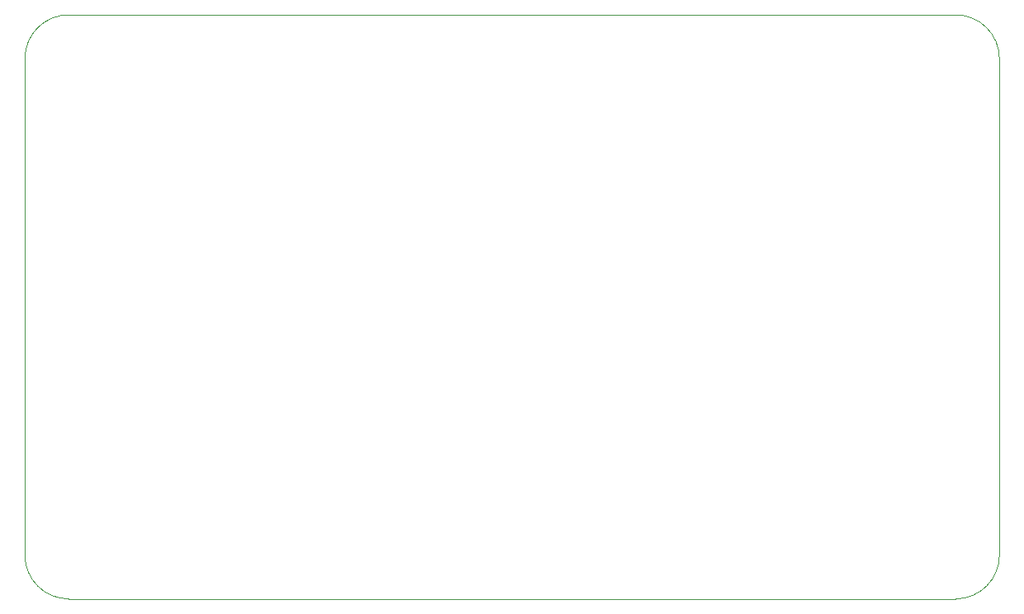
<source format=gbr>
%TF.GenerationSoftware,KiCad,Pcbnew,9.0.4-9.0.4-0~ubuntu24.04.1*%
%TF.CreationDate,2025-10-04T12:49:04+02:00*%
%TF.ProjectId,PCB,5043422e-6b69-4636-9164-5f7063625858,rev?*%
%TF.SameCoordinates,Original*%
%TF.FileFunction,Profile,NP*%
%FSLAX46Y46*%
G04 Gerber Fmt 4.6, Leading zero omitted, Abs format (unit mm)*
G04 Created by KiCad (PCBNEW 9.0.4-9.0.4-0~ubuntu24.04.1) date 2025-10-04 12:49:04*
%MOMM*%
%LPD*%
G01*
G04 APERTURE LIST*
%TA.AperFunction,Profile*%
%ADD10C,0.100000*%
%TD*%
G04 APERTURE END LIST*
D10*
X123000000Y-119500000D02*
X123000000Y-68500000D01*
X127500000Y-124000000D02*
G75*
G02*
X123000000Y-119500000I0J4500000D01*
G01*
X223000000Y-68500000D02*
X223000000Y-119500000D01*
X218500000Y-64000000D02*
G75*
G02*
X223000000Y-68500000I0J-4500000D01*
G01*
X127500000Y-64000000D02*
X218500000Y-64000000D01*
X123000000Y-68500000D02*
G75*
G02*
X127500000Y-64000000I4500000J0D01*
G01*
X218500000Y-124000000D02*
X127500000Y-124000000D01*
X223000000Y-119500000D02*
G75*
G02*
X218500000Y-124000000I-4500000J0D01*
G01*
M02*

</source>
